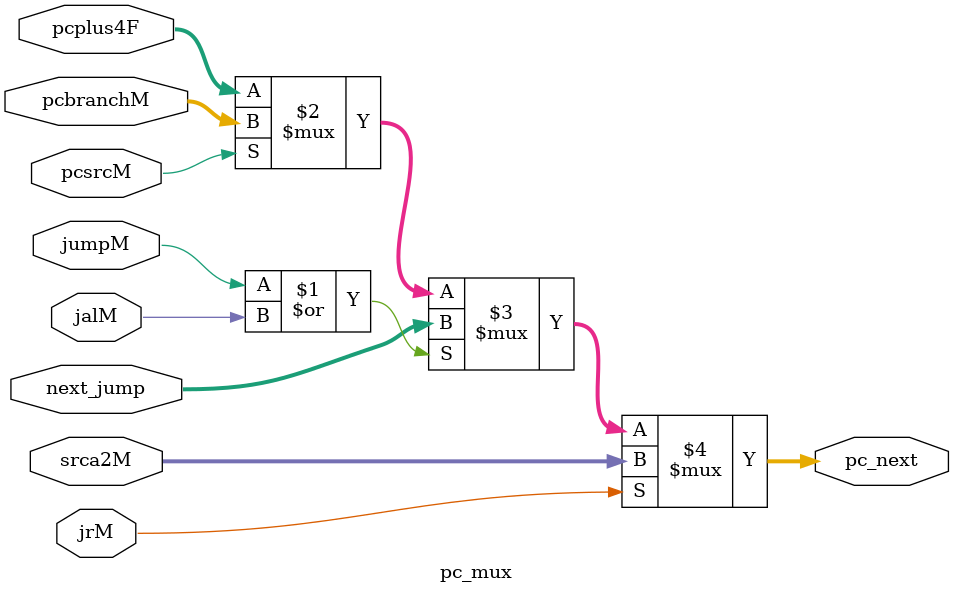
<source format=v>
 `timescale 1ns / 1ps

module pc_mux(
    input  wire jumpM,
    input  wire jalM,
    input  wire jrM,
    input  wire pcsrcM,
    input  wire[31:0] next_jump,
    input  wire[31:0] srca2M,
    input  wire[31:0] pcplus4F,
    input  wire[31:0] pcbranchM,

    output wire [31:0] pc_next
);
    assign pc_next = 
                     jrM            ? srca2M:
                     (jumpM|jalM)   ? next_jump :
                     pcsrcM         ? pcbranchM : 
                                      pcplus4F;
endmodule
</source>
